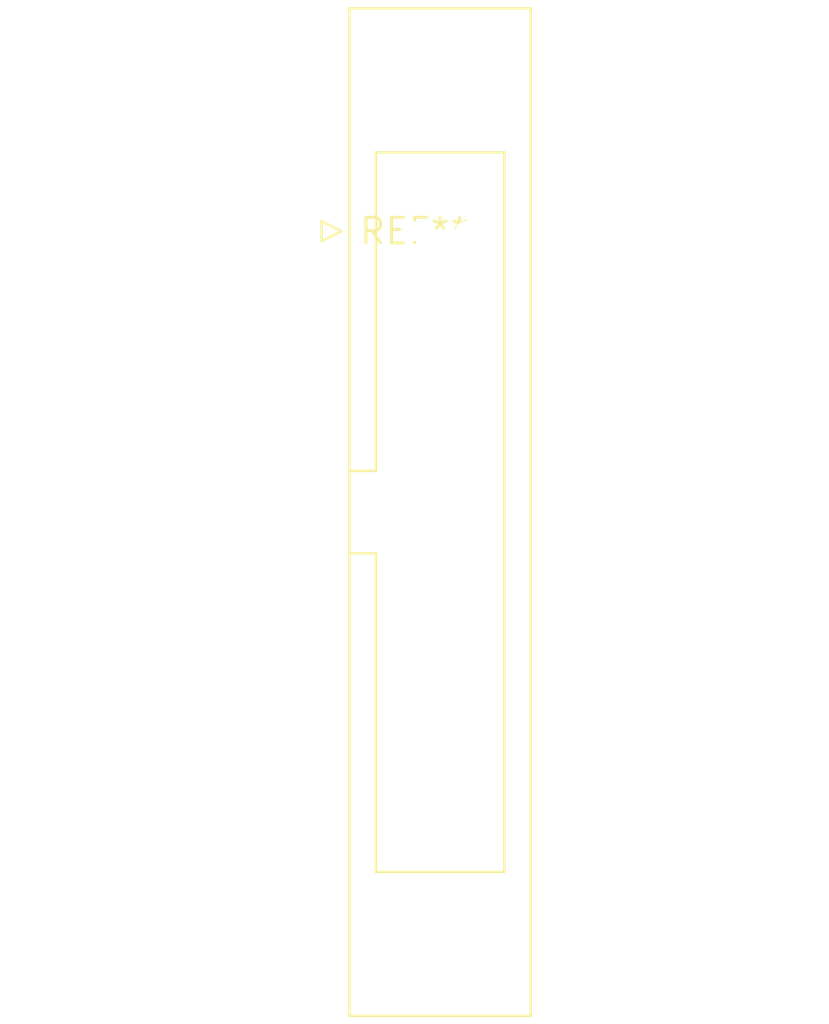
<source format=kicad_pcb>
(kicad_pcb (version 20240108) (generator pcbnew)
  (layers (0 "F.Cu" signal) (31 "B.Cu" signal) (34 "B.Paste" user) (35 "F.Paste" user) (36 "B.SilkS" user "B.Silkscreen") (37 "F.SilkS" user "F.Silkscreen") (38 "B.Mask" user) (39 "F.Mask" user) (44 "Edge.Cuts" user))
  (net 0 "")
  (footprint "IDC-Header_2x12_P2.54mm_Latch_Vertical" (layer "F.Cu") (at 0 0)
    (property "Reference" "REF**")
    (property "Value" "IDC-Header_2x12_P2.54mm_Latch_Vertical")
    (fp_line (start -4.63 -0.5) (end -4.63 0.5) (layer "F.SilkS") (stroke (width 0.12)))
    (fp_line (start -4.63 0.5) (end -3.63 0) (layer "F.SilkS") (stroke (width 0.12)))
    (fp_line (start -3.63 0) (end -4.63 -0.5) (layer "F.SilkS") (stroke (width 0.12)))
    (fp_line (start -3.24 -11.08) (end 5.78 -11.08) (layer "F.SilkS") (stroke (width 0.12)))
    (fp_line (start -3.24 11.92) (end -1.93 11.92) (layer "F.SilkS") (stroke (width 0.12)))
    (fp_line (start -3.24 39.02) (end -3.24 -11.08) (layer "F.SilkS") (stroke (width 0.12)))
    (fp_line (start -1.93 -3.92) (end 4.47 -3.92) (layer "F.SilkS") (stroke (width 0.12)))
    (fp_line (start -1.93 11.92) (end -1.93 -3.92) (layer "F.SilkS") (stroke (width 0.12)))
    (fp_line (start -1.93 16.02) (end -3.24 16.02) (layer "F.SilkS") (stroke (width 0.12)))
    (fp_line (start -1.93 16.02) (end -1.93 16.02) (layer "F.SilkS") (stroke (width 0.12)))
    (fp_line (start -1.93 31.86) (end -1.93 16.02) (layer "F.SilkS") (stroke (width 0.12)))
    (fp_line (start 4.47 -3.92) (end 4.47 31.86) (layer "F.SilkS") (stroke (width 0.12)))
    (fp_line (start 4.47 31.86) (end -1.93 31.86) (layer "F.SilkS") (stroke (width 0.12)))
    (fp_line (start 5.78 -11.08) (end 5.78 39.02) (layer "F.SilkS") (stroke (width 0.12)))
    (fp_line (start 5.78 39.02) (end -3.24 39.02) (layer "F.SilkS") (stroke (width 0.12)))
    (pad "1" thru_hole roundrect (at 0 0) (size 1.7 1.7) (drill 1) (layers *.Cu *.Mask) (remove_unused_layers) (roundrect_rratio 0.147059))
    (pad "2" thru_hole circle (at 2.54 0) (size 1.7 1.7) (drill 1) (layers *.Cu *.Mask) (remove_unused_layers))
    (pad "3" thru_hole circle (at 0 2.54) (size 1.7 1.7) (drill 1) (layers *.Cu *.Mask) (remove_unused_layers))
    (pad "4" thru_hole circle (at 2.54 2.54) (size 1.7 1.7) (drill 1) (layers *.Cu *.Mask) (remove_unused_layers))
    (pad "5" thru_hole circle (at 0 5.08) (size 1.7 1.7) (drill 1) (layers *.Cu *.Mask) (remove_unused_layers))
    (pad "6" thru_hole circle (at 2.54 5.08) (size 1.7 1.7) (drill 1) (layers *.Cu *.Mask) (remove_unused_layers))
    (pad "7" thru_hole circle (at 0 7.62) (size 1.7 1.7) (drill 1) (layers *.Cu *.Mask) (remove_unused_layers))
    (pad "8" thru_hole circle (at 2.54 7.62) (size 1.7 1.7) (drill 1) (layers *.Cu *.Mask) (remove_unused_layers))
    (pad "9" thru_hole circle (at 0 10.16) (size 1.7 1.7) (drill 1) (layers *.Cu *.Mask) (remove_unused_layers))
    (pad "10" thru_hole circle (at 2.54 10.16) (size 1.7 1.7) (drill 1) (layers *.Cu *.Mask) (remove_unused_layers))
    (pad "11" thru_hole circle (at 0 12.7) (size 1.7 1.7) (drill 1) (layers *.Cu *.Mask) (remove_unused_layers))
    (pad "12" thru_hole circle (at 2.54 12.7) (size 1.7 1.7) (drill 1) (layers *.Cu *.Mask) (remove_unused_layers))
    (pad "13" thru_hole circle (at 0 15.24) (size 1.7 1.7) (drill 1) (layers *.Cu *.Mask) (remove_unused_layers))
    (pad "14" thru_hole circle (at 2.54 15.24) (size 1.7 1.7) (drill 1) (layers *.Cu *.Mask) (remove_unused_layers))
    (pad "15" thru_hole circle (at 0 17.78) (size 1.7 1.7) (drill 1) (layers *.Cu *.Mask) (remove_unused_layers))
    (pad "16" thru_hole circle (at 2.54 17.78) (size 1.7 1.7) (drill 1) (layers *.Cu *.Mask) (remove_unused_layers))
    (pad "17" thru_hole circle (at 0 20.32) (size 1.7 1.7) (drill 1) (layers *.Cu *.Mask) (remove_unused_layers))
    (pad "18" thru_hole circle (at 2.54 20.32) (size 1.7 1.7) (drill 1) (layers *.Cu *.Mask) (remove_unused_layers))
    (pad "19" thru_hole circle (at 0 22.86) (size 1.7 1.7) (drill 1) (layers *.Cu *.Mask) (remove_unused_layers))
    (pad "20" thru_hole circle (at 2.54 22.86) (size 1.7 1.7) (drill 1) (layers *.Cu *.Mask) (remove_unused_layers))
    (pad "21" thru_hole circle (at 0 25.4) (size 1.7 1.7) (drill 1) (layers *.Cu *.Mask) (remove_unused_layers))
    (pad "22" thru_hole circle (at 2.54 25.4) (size 1.7 1.7) (drill 1) (layers *.Cu *.Mask) (remove_unused_layers))
    (pad "23" thru_hole circle (at 0 27.94) (size 1.7 1.7) (drill 1) (layers *.Cu *.Mask) (remove_unused_layers))
    (pad "24" thru_hole circle (at 2.54 27.94) (size 1.7 1.7) (drill 1) (layers *.Cu *.Mask) (remove_unused_layers))
  )
)
</source>
